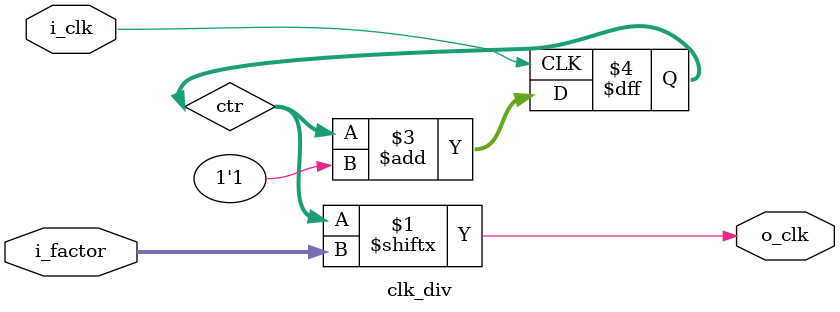
<source format=v>
module clk_div (
    input       i_clk,
    input [4:0] i_factor, // 0: /2,  1: /4,  2: /8 ...  up to 32
    output      o_clk
);

reg [31:0] ctr;

assign o_clk = ctr[i_factor];

always @(posedge i_clk) begin
    ctr = ctr + 1'b1;
end



endmodule
</source>
